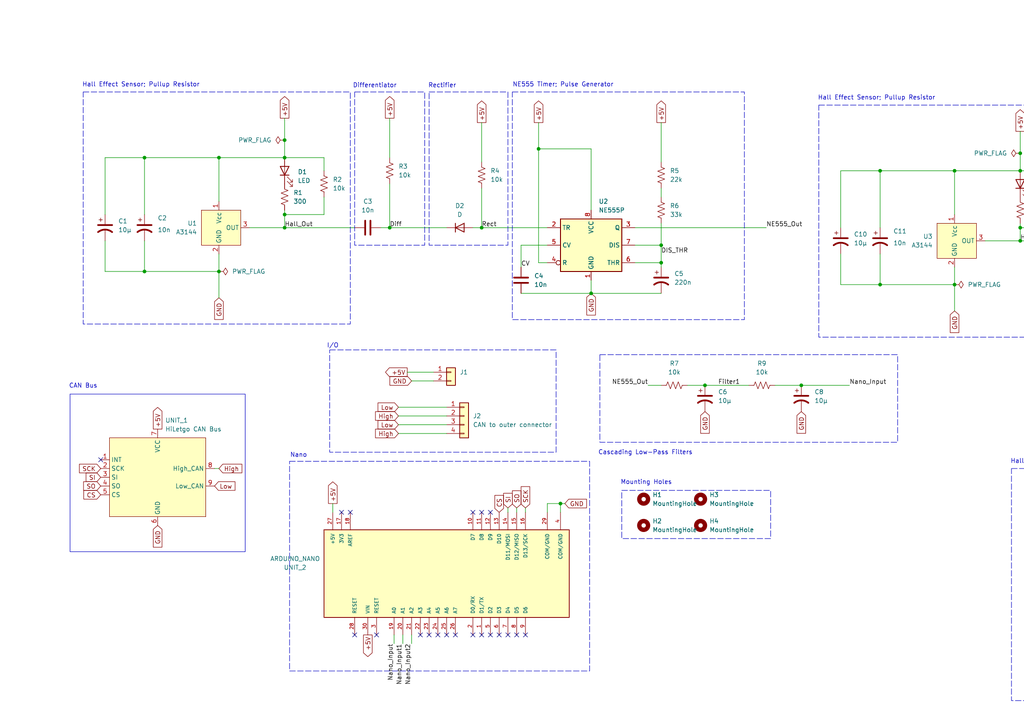
<source format=kicad_sch>
(kicad_sch (version 20250114) (generator "eeschema") (generator_version "9.0")
  (paper "A4")
  (title_block (title "Baja Speedometer ") (date "2025-02-02") (rev "v1") (company "University of Arizona") (comment 1 "Jack Tanner"))
  (lib_symbols
    (symbol "0_Baja_Final:HiLetgo_CAN_BUS"
      (property "Reference" "UNIT_2" (at -13.97 12.7 0))
      (property "Value" "CAN Bus" (at -2.286 -0.254 0))
      (symbol "HiLetgo_CAN_BUS_1_1"
        (pin input line (at -16.51 5.08 0) (length 2.54) (name "INT") (number "1"))
        (pin input line (at -16.51 2.54 0) (length 2.54) (name "SCK") (number "2"))
        (pin input line (at -16.51 0 0) (length 2.54) (name "SI") (number "3"))
        (pin input line (at -16.51 -2.54 0) (length 2.54) (name "SO") (number "4"))
        (pin input line (at -16.51 -5.08 0) (length 2.54) (name "CS") (number "5"))
        (pin input line (at 0 13.97 270) (length 2.54) (name "VCC") (number "7"))
        (pin input line (at 0 -13.97 90) (length 2.54) (name "GND") (number "6"))
        (pin input line (at 16.51 2.54 180) (length 2.54) (name "High_CAN") (number "8"))
        (pin input line (at 16.51 -2.54 180) (length 2.54) (name "Low_CAN") (number "9"))
      )
    )
    (symbol "BAJA SAE:ARDUINO_NANO" (pin_names (offset 1.016))
      (property "Reference" "UNIT_" (at -12.7 35.56 0))
      (property "Value" "ARDUINO_NANO" (at -12.7 -38.1 0))
      (symbol "ARDUINO_NANO_0_0"
        (pin input line (at -17.78 26.67 0) (length 5.08) (name "RESET") (number "28"))
        (pin input line (at -17.78 22.86 0) (length 5.08) (name "VIN") (number "30"))
        (pin input line (at -17.78 20.32 0) (length 5.08) (name "RESET") (number "3"))
        (pin input line (at -17.78 15.24 0) (length 5.08) (name "A0") (number "19"))
        (pin input line (at -17.78 12.7 0) (length 5.08) (name "A1") (number "20"))
        (pin input line (at -17.78 10.16 0) (length 5.08) (name "A2") (number "21"))
        (pin input line (at -17.78 7.62 0) (length 5.08) (name "A3") (number "22"))
        (pin input line (at -17.78 5.08 0) (length 5.08) (name "A4") (number "23"))
        (pin input line (at -17.78 2.54 0) (length 5.08) (name "A5") (number "24"))
        (pin input line (at -17.78 0 0) (length 5.08) (name "A6") (number "25"))
        (pin input line (at -17.78 -2.54 0) (length 5.08) (name "A7") (number "26"))
        (pin bidirectional line (at -17.78 -7.62 0) (length 5.08) (name "D0/RX") (number "2"))
        (pin bidirectional line (at -17.78 -10.16 0) (length 5.08) (name "D1/TX") (number "1"))
        (pin bidirectional line (at -17.78 -12.7 0) (length 5.08) (name "D2") (number "5"))
        (pin bidirectional line (at -17.78 -15.24 0) (length 5.08) (name "D3") (number "6"))
        (pin bidirectional line (at -17.78 -17.78 0) (length 5.08) (name "D4") (number "7"))
        (pin bidirectional line (at -17.78 -20.32 0) (length 5.08) (name "D5") (number "8"))
        (pin bidirectional line (at -17.78 -22.86 0) (length 5.08) (name "D6") (number "9"))
        (pin power_in line (at 17.78 33.02 180) (length 5.08) (name "+5V") (number "27"))
        (pin power_in line (at 17.78 30.48 180) (length 5.08) (name "3V3") (number "17"))
        (pin power_in line (at 17.78 27.94 180) (length 5.08) (name "AREF") (number "18"))
        (pin bidirectional line (at 17.78 -7.62 180) (length 5.08) (name "D7") (number "10"))
        (pin bidirectional line (at 17.78 -10.16 180) (length 5.08) (name "D8") (number "11"))
        (pin bidirectional line (at 17.78 -12.7 180) (length 5.08) (name "D9") (number "12"))
        (pin bidirectional line (at 17.78 -15.24 180) (length 5.08) (name "D10") (number "13"))
        (pin bidirectional line (at 17.78 -17.78 180) (length 5.08) (name "D11/MOSI") (number "14"))
        (pin bidirectional line (at 17.78 -20.32 180) (length 5.08) (name "D12/MISO") (number "15"))
        (pin bidirectional line (at 17.78 -22.86 180) (length 5.08) (name "D13/SCK") (number "16"))
        (pin power_in line (at 17.78 -29.21 180) (length 5.08) (name "COM/GND") (number "29"))
        (pin power_in line (at 17.78 -33.02 180) (length 5.08) (name "COM/GND") (number "4"))
      )
    )
    (symbol "Connector_Generic:Conn_01x02" (pin_names (offset 1.016) (hide yes))
      (property "Reference" "J" (at 0 2.54 0))
      (property "Value" "Conn_01x02" (at 0 -5.08 0))
      (symbol "Conn_01x02_1_1"
        (pin passive line (at -5.08 0 0) (length 3.81) (name "Pin_1") (number "1"))
        (pin passive line (at -5.08 -2.54 0) (length 3.81) (name "Pin_2") (number "2"))
      )
    )
    (symbol "Connector_Generic:Conn_01x04" (pin_names (offset 1.016) (hide yes))
      (property "Reference" "J" (at 0 5.08 0))
      (property "Value" "Conn_01x04" (at 0 -7.62 0))
      (symbol "Conn_01x04_1_1"
        (pin passive line (at -5.08 2.54 0) (length 3.81) (name "Pin_1") (number "1"))
        (pin passive line (at -5.08 0 0) (length 3.81) (name "Pin_2") (number "2"))
        (pin passive line (at -5.08 -2.54 0) (length 3.81) (name "Pin_3") (number "3"))
        (pin passive line (at -5.08 -5.08 0) (length 3.81) (name "Pin_4") (number "4"))
      )
    )
    (symbol "DT13-6P:A3144"
      (property "Reference" "U" (at 4.318 2.286 0))
      (property "Value" "A3144" (at -4.826 2.286 0))
      (symbol "A3144_1_1"
        (pin power_in line (at 0 2.54 270) (length 2.54) (name "Vcc") (number "1"))
        (pin power_in line (at 0 -12.7 90) (length 2.54) (name "GND") (number "2"))
        (pin output line (at 8.89 -5.08 180) (length 2.54) (name "OUT") (number "3"))
      )
    )
    (symbol "Device:C" (pin_numbers (hide yes)) (pin_names (offset 0.254))
      (property "Reference" "C" (at 0.635 2.54 0))
      (property "Value" "C" (at 0.635 -2.54 0))
      (symbol "C_1_1"
        (pin passive line (at 0 3.81 270) (length 2.794) (name "~") (number "1"))
        (pin passive line (at 0 -3.81 90) (length 2.794) (name "~") (number "2"))
      )
    )
    (symbol "Device:C_Polarized_US" (pin_numbers (hide yes)) (pin_names (offset 0.254) (hide yes))
      (property "Reference" "C" (at 0.635 2.54 0))
      (property "Value" "C_Polarized_US" (at 0.635 -2.54 0))
      (symbol "C_Polarized_US_1_1"
        (pin passive line (at 0 3.81 270) (length 2.794) (name "~") (number "1"))
        (pin passive line (at 0 -3.81 90) (length 3.302) (name "~") (number "2"))
      )
    )
    (symbol "Device:D" (pin_numbers (hide yes)) (pin_names (offset 1.016) (hide yes))
      (property "Reference" "D" (at 0 2.54 0))
      (property "Value" "D" (at 0 -2.54 0))
      (symbol "D_1_1"
        (pin passive line (at -3.81 0 0) (length 2.54) (name "K") (number "1"))
        (pin passive line (at 3.81 0 180) (length 2.54) (name "A") (number "2"))
      )
    )
    (symbol "Device:LED" (pin_numbers (hide yes)) (pin_names (offset 1.016) (hide yes))
      (property "Reference" "D" (at 0 2.54 0))
      (property "Value" "LED" (at 0 -2.54 0))
      (symbol "LED_1_1"
        (pin passive line (at -3.81 0 0) (length 2.54) (name "K") (number "1"))
        (pin passive line (at 3.81 0 180) (length 2.54) (name "A") (number "2"))
      )
    )
    (symbol "Device:R_US" (pin_numbers (hide yes)) (pin_names (offset 0))
      (property "Reference" "R" (at 2.54 0 90))
      (property "Value" "R_US" (at -2.54 0 90))
      (symbol "R_US_1_1"
        (pin passive line (at 0 3.81 270) (length 1.27) (name "~") (number "1"))
        (pin passive line (at 0 -3.81 90) (length 1.27) (name "~") (number "2"))
      )
    )
    (symbol "Mechanical:MountingHole" (pin_names (offset 1.016)) (exclude_from_sim yes) (in_bom no)
      (property "Reference" "H" (at 0 5.08 0))
      (property "Value" "MountingHole" (at 0 3.175 0))
    )
    (symbol "Timer:NE555P"
      (property "Reference" "U" (at -10.16 8.89 0))
      (property "Value" "NE555P" (at 2.54 8.89 0))
      (symbol "NE555P_0_0"
        (pin power_in line (at 0 10.16 270) (length 2.54) (name "VCC") (number "8"))
        (pin power_in line (at 0 -10.16 90) (length 2.54) (name "GND") (number "1"))
      )
      (symbol "NE555P_1_1"
        (pin input line (at -12.7 5.08 0) (length 3.81) (name "TR") (number "2"))
        (pin input line (at -12.7 0 0) (length 3.81) (name "CV") (number "5"))
        (pin input inverted (at -12.7 -5.08 0) (length 3.81) (name "R") (number "4"))
        (pin output line (at 12.7 5.08 180) (length 3.81) (name "Q") (number "3"))
        (pin input line (at 12.7 0 180) (length 3.81) (name "DIS") (number "7"))
        (pin input line (at 12.7 -5.08 180) (length 3.81) (name "THR") (number "6"))
      )
    )
    (symbol "power:PWR_FLAG" (power) (pin_numbers (hide yes)) (pin_names (offset 0) (hide yes))
      (property "Value" "PWR_FLAG" (at 0 3.81 0))
      (symbol "PWR_FLAG_0_0"
        (pin power_out line (at 0 0 90) (length 0) (name "~") (number "1"))
      )
    )
  )
  (rectangle (start 95.6248 101.4884) (end 161.29 131.1512) (stroke (width 0) (type dash)))
  (rectangle (start 148.59 26.67) (end 215.9 92.71) (stroke (width 0) (type dash)))
  (rectangle (start 237.49 30.48) (end 314.96 97.79) (stroke (width 0) (type dash)))
  (rectangle (start 24.13 26.67) (end 101.6 93.98) (stroke (width 0) (type dash)))
  (rectangle (start 297.18 101.6) (end 383.54 127) (stroke (width 0) (type dash)))
  (rectangle (start 361.95 30.48) (end 429.26 96.52) (stroke (width 0) (type dash)))
  (rectangle (start 180.34 142.24) (end 223.52 156.21) (stroke (width 0) (type dash)))
  (rectangle (start 393.7 135.89) (end 416.56 180.34) (stroke (width 0) (type dash)))
  (rectangle (start 417.83 135.89) (end 485.14 201.93) (stroke (width 0) (type dash)))
  (rectangle (start 316.23 30.48) (end 336.55 74.93) (stroke (width 0) (type dash)))
  (rectangle (start 102.87 26.67) (end 123.19 71.12) (stroke (width 0) (type dash)))
  (rectangle (start 173.99 102.87) (end 260.35 128.27) (stroke (width 0) (type dash)))
  (rectangle (start 83.9876 133.792) (end 171.01 194.6124) (stroke (width 0) (type dash)))
  (rectangle (start 337.82 30.48) (end 360.68 74.93) (stroke (width 0) (type dash)))
  (rectangle (start 181.61 210.82) (end 267.97 236.22) (stroke (width 0) (type dash)))
  (rectangle (start 20.32 114.3) (end 71.12 160.02))
  (rectangle (start 293.37 135.89) (end 370.84 203.2) (stroke (width 0) (type dash)))
  (rectangle (start 124.46 26.67) (end 147.32 71.12) (stroke (width 0) (type dash)))
  (rectangle (start 372.11 135.89) (end 392.43 180.34) (stroke (width 0) (type dash)))
  (text "NE555 Timer; Pulse Generator" (at 376.682 28.448 0) (effects (font (size 1.27 1.27))))
  (text "NE555 Timer; Pulse Generator" (at 432.562 133.858 0) (effects (font (size 1.27 1.27))))
  (text "Rectifier" (at 397.51 134.112 0) (effects (font (size 1.27 1.27))))
  (text "Hall Effect Sensor; Pullup Resistor" (at 254.254 28.448 0) (effects (font (size 1.27 1.27))))
  (text "CAN Bus" (at 24.13 112.014 0) (effects (font (size 1.27 1.27))))
  (text "Rectifier" (at 341.63 28.702 0) (effects (font (size 1.27 1.27))))
  (text "Hall Effect Sensor; Pullup Resistor" (at 310.134 133.858 0) (effects (font (size 1.27 1.27))))
  (text "NE555 Timer; Pulse Generator" (at 163.322 24.638 0) (effects (font (size 1.27 1.27))))
  (text "Cascading Low-Pass Filters\n" (at 187.198 131.318 0) (effects (font (size 1.27 1.27))))
  (text "Differentiator" (at 322.072 28.702 0) (effects (font (size 1.27 1.27))))
  (text "Nano" (at 86.614 132.08 0) (effects (font (size 1.27 1.27))))
  (text "Mounting Holes\n" (at 187.452 139.954 0) (effects (font (size 1.27 1.27))))
  (text "Hall Effect Sensor; Pullup Resistor" (at 40.894 24.638 0) (effects (font (size 1.27 1.27))))
  (text "I/O" (at 96.52 100.33 0) (effects (font (size 1.27 1.27))))
  (text "Differentiator" (at 108.712 24.892 0) (effects (font (size 1.27 1.27))))
  (text "Differentiator" (at 377.952 134.112 0) (effects (font (size 1.27 1.27))))
  (text "Rectifier" (at 128.27 24.892 0) (effects (font (size 1.27 1.27))))
  (junction (at 63.5 45.72))
  (junction (at 276.86 82.55))
  (junction (at 82.55 40.64))
  (junction (at 355.6 110.49))
  (junction (at 41.91 78.74))
  (junction (at 382.27 175.26))
  (junction (at 232.41 111.76))
  (junction (at 276.86 49.53))
  (junction (at 425.45 152.4))
  (junction (at 405.13 74.93))
  (junction (at 63.5 78.74))
  (junction (at 351.79 154.94))
  (junction (at 82.55 66.04))
  (junction (at 440.69 194.31))
  (junction (at 369.57 46.99))
  (junction (at 311.15 187.96))
  (junction (at 351.79 149.86))
  (junction (at 295.91 69.85))
  (junction (at 113.03 66.04))
  (junction (at 171.45 85.09))
  (junction (at 351.79 171.45))
  (junction (at 191.77 71.12))
  (junction (at 461.01 180.34))
  (junction (at 240.03 219.71))
  (junction (at 326.39 69.85))
  (junction (at 311.15 154.94))
  (junction (at 327.66 110.49))
  (junction (at 405.13 80.01))
  (junction (at 204.47 111.76))
  (junction (at 332.74 154.94))
  (junction (at 156.21 43.18))
  (junction (at 408.94 175.26))
  (junction (at 353.06 69.85))
  (junction (at 351.79 175.26))
  (junction (at 295.91 66.04))
  (junction (at 255.27 82.55))
  (junction (at 295.91 44.45))
  (junction (at 191.77 76.2))
  (junction (at 332.74 187.96))
  (junction (at 41.91 45.72))
  (junction (at 162.56 146.05))
  (junction (at 82.55 62.23))
  (junction (at 384.81 88.9))
  (junction (at 82.55 45.72))
  (junction (at 255.27 49.53))
  (junction (at 461.01 185.42))
  (junction (at 139.7 66.04))
  (junction (at 295.91 49.53))
  (junction (at 212.09 219.71))
  (no_connect (at 149.86 184.15))
  (no_connect (at 29.21 133.35))
  (no_connect (at 152.4 184.15))
  (no_connect (at 132.08 184.15))
  (no_connect (at 144.78 184.15))
  (no_connect (at 137.16 184.15))
  (no_connect (at 137.16 148.59))
  (no_connect (at 101.6 148.59))
  (no_connect (at 121.92 184.15))
  (no_connect (at 142.24 184.15))
  (no_connect (at 142.24 148.59))
  (no_connect (at 99.06 148.59))
  (no_connect (at 129.54 184.15))
  (no_connect (at 127 184.15))
  (no_connect (at 109.22 184.15))
  (no_connect (at 147.32 184.15))
  (no_connect (at 139.7 184.15))
  (no_connect (at 124.46 184.15))
  (no_connect (at 139.7 148.59))
  (no_connect (at 102.87 184.15))
  (wire (pts (xy 295.91 69.85) (xy 295.91 66.04)))
  (wire (pts (xy 151.13 71.12) (xy 151.13 77.47)))
  (wire (pts (xy 299.72 171.45) (xy 299.72 154.94)))
  (wire (pts (xy 408.94 175.26) (xy 427.99 175.26)))
  (wire (pts (xy 440.69 152.4) (xy 425.45 152.4)))
  (wire (pts (xy 369.57 46.99) (xy 369.57 80.01)))
  (wire (pts (xy 384.81 46.99) (xy 369.57 46.99)))
  (wire (pts (xy 408.94 156.21) (xy 408.94 144.78)))
  (wire (pts (xy 171.45 43.18) (xy 156.21 43.18)))
  (wire (pts (xy 41.91 69.85) (xy 41.91 78.74)))
  (wire (pts (xy 405.13 68.58) (xy 405.13 74.93)))
  (wire (pts (xy 382.27 143.51) (xy 382.27 154.94)))
  (wire (pts (xy 311.15 154.94) (xy 311.15 171.45)))
  (wire (pts (xy 353.06 69.85) (xy 372.11 69.85)))
  (wire (pts (xy 63.5 135.89) (xy 62.23 135.89)))
  (wire (pts (xy 351.79 171.45) (xy 351.79 170.18)))
  (wire (pts (xy 113.03 66.04) (xy 113.03 53.34)))
  (wire (pts (xy 158.75 71.12) (xy 151.13 71.12)))
  (wire (pts (xy 255.27 82.55) (xy 276.86 82.55)))
  (wire (pts (xy 461.01 173.99) (xy 461.01 180.34)))
  (wire (pts (xy 151.13 85.09) (xy 171.45 85.09)))
  (wire (pts (xy 453.39 180.34) (xy 461.01 180.34)))
  (wire (pts (xy 311.15 179.07) (xy 311.15 187.96)))
  (wire (pts (xy 332.74 187.96) (xy 332.74 182.88)))
  (wire (pts (xy 382.27 175.26) (xy 398.78 175.26)))
  (wire (pts (xy 379.73 175.26) (xy 382.27 175.26)))
  (wire (pts (xy 405.13 58.42) (xy 405.13 60.96)))
  (wire (pts (xy 82.55 66.04) (xy 102.87 66.04)))
  (wire (pts (xy 158.75 76.2) (xy 156.21 76.2)))
  (wire (pts (xy 440.69 170.18) (xy 440.69 152.4)))
  (wire (pts (xy 147.32 148.59) (xy 147.32 147.32)))
  (wire (pts (xy 149.86 148.59) (xy 149.86 147.32)))
  (wire (pts (xy 171.45 81.28) (xy 171.45 85.09)))
  (wire (pts (xy 41.91 45.72) (xy 63.5 45.72)))
  (wire (pts (xy 405.13 74.93) (xy 405.13 80.01)))
  (wire (pts (xy 139.7 66.04) (xy 158.75 66.04)))
  (wire (pts (xy 353.06 50.8) (xy 353.06 39.37)))
  (wire (pts (xy 171.45 60.96) (xy 171.45 43.18)))
  (wire (pts (xy 162.56 148.59) (xy 162.56 146.05)))
  (wire (pts (xy 405.13 81.28) (xy 405.13 80.01)))
  (wire (pts (xy 113.03 34.29) (xy 113.03 45.72)))
  (wire (pts (xy 276.86 82.55) (xy 276.86 90.17)))
  (wire (pts (xy 82.55 40.64) (xy 82.55 45.72)))
  (wire (pts (xy 350.52 69.85) (xy 353.06 69.85)))
  (wire (pts (xy 255.27 73.66) (xy 255.27 82.55)))
  (wire (pts (xy 406.4 175.26) (xy 408.94 175.26)))
  (wire (pts (xy 184.15 71.12) (xy 191.77 71.12)))
  (wire (pts (xy 295.91 44.45) (xy 295.91 49.53)))
  (wire (pts (xy 408.94 175.26) (xy 408.94 163.83)))
  (wire (pts (xy 30.48 62.23) (xy 30.48 45.72)))
  (wire (pts (xy 461.01 163.83) (xy 461.01 166.37)))
  (wire (pts (xy 405.13 39.37) (xy 405.13 50.8)))
  (wire (pts (xy 351.79 149.86) (xy 351.79 154.94)))
  (wire (pts (xy 440.69 194.31) (xy 461.01 194.31)))
  (wire (pts (xy 420.37 180.34) (xy 420.37 186.69)))
  (wire (pts (xy 276.86 49.53) (xy 295.91 49.53)))
  (wire (pts (xy 156.21 35.56) (xy 156.21 43.18)))
  (wire (pts (xy 114.3 184.15) (xy 114.3 186.69)))
  (wire (pts (xy 139.7 46.99) (xy 139.7 35.56)))
  (wire (pts (xy 295.91 38.1) (xy 295.91 44.45)))
  (wire (pts (xy 255.27 49.53) (xy 276.86 49.53)))
  (wire (pts (xy 82.55 66.04) (xy 82.55 62.23)))
  (wire (pts (xy 212.09 219.71) (xy 224.79 219.71)))
  (wire (pts (xy 156.21 43.18) (xy 156.21 76.2)))
  (wire (pts (xy 382.27 175.26) (xy 382.27 162.56)))
  (wire (pts (xy 243.84 49.53) (xy 255.27 49.53)))
  (wire (pts (xy 30.48 45.72) (xy 41.91 45.72)))
  (wire (pts (xy 372.11 74.93) (xy 364.49 74.93)))
  (wire (pts (xy 72.39 66.04) (xy 82.55 66.04)))
  (wire (pts (xy 82.55 62.23) (xy 82.55 60.96)))
  (wire (pts (xy 353.06 69.85) (xy 353.06 58.42)))
  (wire (pts (xy 384.81 64.77) (xy 384.81 46.99)))
  (wire (pts (xy 369.57 39.37) (xy 369.57 46.99)))
  (wire (pts (xy 191.77 71.12) (xy 191.77 76.2)))
  (wire (pts (xy 63.5 78.74) (xy 63.5 86.36)))
  (wire (pts (xy 171.45 85.09) (xy 191.77 85.09)))
  (wire (pts (xy 30.48 69.85) (xy 30.48 78.74)))
  (wire (pts (xy 115.57 118.11) (xy 129.54 118.11)))
  (wire (pts (xy 113.03 66.04) (xy 129.54 66.04)))
  (wire (pts (xy 158.75 148.59) (xy 158.75 146.05)))
  (wire (pts (xy 184.15 66.04) (xy 222.25 66.04)))
  (wire (pts (xy 204.47 111.76) (xy 217.17 111.76)))
  (wire (pts (xy 351.79 171.45) (xy 363.22 171.45)))
  (wire (pts (xy 425.45 152.4) (xy 425.45 185.42)))
  (wire (pts (xy 427.99 180.34) (xy 420.37 180.34)))
  (wire (pts (xy 158.75 146.05) (xy 162.56 146.05)))
  (wire (pts (xy 93.98 45.72) (xy 82.55 45.72)))
  (wire (pts (xy 299.72 154.94) (xy 311.15 154.94)))
  (wire (pts (xy 427.99 185.42) (xy 425.45 185.42)))
  (wire (pts (xy 332.74 187.96) (xy 332.74 195.58)))
  (wire (pts (xy 384.81 88.9) (xy 405.13 88.9)))
  (wire (pts (xy 311.15 154.94) (xy 332.74 154.94)))
  (wire (pts (xy 440.69 190.5) (xy 440.69 194.31)))
  (wire (pts (xy 240.03 219.71) (xy 254 219.71)))
  (wire (pts (xy 322.58 110.49) (xy 327.66 110.49)))
  (wire (pts (xy 461.01 185.42) (xy 453.39 185.42)))
  (wire (pts (xy 63.5 45.72) (xy 63.5 58.42)))
  (wire (pts (xy 397.51 69.85) (xy 435.61 69.85)))
  (wire (pts (xy 307.34 66.04) (xy 307.34 60.96)))
  (wire (pts (xy 152.4 148.59) (xy 152.4 147.32)))
  (wire (pts (xy 63.5 78.74) (xy 63.5 73.66)))
  (wire (pts (xy 295.91 69.85) (xy 316.23 69.85)))
  (wire (pts (xy 232.41 219.71) (xy 240.03 219.71)))
  (wire (pts (xy 351.79 175.26) (xy 351.79 171.45)))
  (wire (pts (xy 243.84 73.66) (xy 243.84 82.55)))
  (wire (pts (xy 327.66 110.49) (xy 340.36 110.49)))
  (wire (pts (xy 311.15 187.96) (xy 332.74 187.96)))
  (wire (pts (xy 372.11 80.01) (xy 369.57 80.01)))
  (wire (pts (xy 332.74 154.94) (xy 332.74 167.64)))
  (wire (pts (xy 355.6 110.49) (xy 369.57 110.49)))
  (wire (pts (xy 420.37 194.31) (xy 440.69 194.31)))
  (wire (pts (xy 276.86 82.55) (xy 276.86 77.47)))
  (wire (pts (xy 243.84 82.55) (xy 255.27 82.55)))
  (wire (pts (xy 224.79 111.76) (xy 232.41 111.76)))
  (wire (pts (xy 207.01 219.71) (xy 212.09 219.71)))
  (wire (pts (xy 30.48 78.74) (xy 41.91 78.74)))
  (wire (pts (xy 332.74 154.94) (xy 351.79 154.94)))
  (wire (pts (xy 307.34 53.34) (xy 307.34 49.53)))
  (wire (pts (xy 363.22 171.45) (xy 363.22 166.37)))
  (wire (pts (xy 347.98 110.49) (xy 355.6 110.49)))
  (wire (pts (xy 285.75 69.85) (xy 295.91 69.85)))
  (wire (pts (xy 326.39 38.1) (xy 326.39 49.53)))
  (wire (pts (xy 118.11 107.95) (xy 125.73 107.95)))
  (wire (pts (xy 364.49 74.93) (xy 364.49 81.28)))
  (wire (pts (xy 162.56 146.05) (xy 163.83 146.05)))
  (wire (pts (xy 82.55 62.23) (xy 93.98 62.23)))
  (wire (pts (xy 255.27 49.53) (xy 255.27 66.04)))
  (wire (pts (xy 461.01 144.78) (xy 461.01 156.21)))
  (wire (pts (xy 341.63 175.26) (xy 351.79 175.26)))
  (wire (pts (xy 116.84 184.15) (xy 116.84 186.69)))
  (wire (pts (xy 96.52 148.59) (xy 96.52 146.05)))
  (wire (pts (xy 119.38 110.49) (xy 125.73 110.49)))
  (wire (pts (xy 461.01 180.34) (xy 461.01 185.42)))
  (wire (pts (xy 63.5 45.72) (xy 82.55 45.72)))
  (wire (pts (xy 326.39 69.85) (xy 342.9 69.85)))
  (wire (pts (xy 119.38 184.15) (xy 119.38 186.69)))
  (wire (pts (xy 115.57 123.19) (xy 129.54 123.19)))
  (wire (pts (xy 299.72 187.96) (xy 311.15 187.96)))
  (wire (pts (xy 191.77 77.47) (xy 191.77 76.2)))
  (wire (pts (xy 323.85 69.85) (xy 326.39 69.85)))
  (wire (pts (xy 199.39 111.76) (xy 204.47 111.76)))
  (wire (pts (xy 295.91 66.04) (xy 307.34 66.04)))
  (wire (pts (xy 139.7 66.04) (xy 139.7 54.61)))
  (wire (pts (xy 115.57 125.73) (xy 129.54 125.73)))
  (wire (pts (xy 191.77 35.56) (xy 191.77 46.99)))
  (wire (pts (xy 191.77 54.61) (xy 191.77 57.15)))
  (wire (pts (xy 243.84 66.04) (xy 243.84 49.53)))
  (wire (pts (xy 453.39 175.26) (xy 491.49 175.26)))
  (wire (pts (xy 191.77 76.2) (xy 184.15 76.2)))
  (wire (pts (xy 397.51 74.93) (xy 405.13 74.93)))
  (wire (pts (xy 195.58 219.71) (xy 199.39 219.71)))
  (wire (pts (xy 364.49 88.9) (xy 384.81 88.9)))
  (wire (pts (xy 363.22 158.75) (xy 363.22 154.94)))
  (wire (pts (xy 384.81 85.09) (xy 384.81 88.9)))
  (wire (pts (xy 115.57 120.65) (xy 129.54 120.65)))
  (wire (pts (xy 110.49 66.04) (xy 113.03 66.04)))
  (wire (pts (xy 93.98 49.53) (xy 93.98 45.72)))
  (wire (pts (xy 232.41 111.76) (xy 246.38 111.76)))
  (wire (pts (xy 93.98 62.23) (xy 93.98 57.15)))
  (wire (pts (xy 41.91 45.72) (xy 41.91 62.23)))
  (wire (pts (xy 461.01 186.69) (xy 461.01 185.42)))
  (wire (pts (xy 137.16 66.04) (xy 139.7 66.04)))
  (wire (pts (xy 191.77 64.77) (xy 191.77 71.12)))
  (wire (pts (xy 405.13 80.01) (xy 397.51 80.01)))
  (wire (pts (xy 351.79 143.51) (xy 351.79 149.86)))
  (wire (pts (xy 326.39 69.85) (xy 326.39 57.15)))
  (wire (pts (xy 425.45 144.78) (xy 425.45 152.4)))
  (wire (pts (xy 311.15 110.49) (xy 314.96 110.49)))
  (wire (pts (xy 187.96 111.76) (xy 191.77 111.76)))
  (wire (pts (xy 363.22 154.94) (xy 351.79 154.94)))
  (wire (pts (xy 276.86 49.53) (xy 276.86 62.23)))
  (wire (pts (xy 295.91 66.04) (xy 295.91 64.77)))
  (wire (pts (xy 351.79 175.26) (xy 372.11 175.26)))
  (wire (pts (xy 82.55 34.29) (xy 82.55 40.64)))
  (wire (pts (xy 41.91 78.74) (xy 63.5 78.74)))
  (wire (pts (xy 299.72 179.07) (xy 299.72 187.96)))
  (wire (pts (xy 307.34 49.53) (xy 295.91 49.53)))
  (label "NE555_Out" (at 222.25 66.04 0))
  (label "Rect" (at 139.7 66.04 0))
  (label "NE555_Out" (at 187.96 111.76 180))
  (label "Hall_Out1" (at 295.91 69.85 0))
  (label "Filter1.1" (at 331.47 110.49 0))
  (label "DIS_THR1" (at 405.13 77.47 0))
  (label "Hall_Out2" (at 351.79 175.26 0))
  (label "Diff" (at 113.03 66.04 0))
  (label "NE555_Out2" (at 195.58 219.71 180))
  (label "Nano_Input2" (at 119.38 186.69 270))
  (label "CV2" (at 420.37 186.69 0))
  (label "Nano_Input1" (at 369.57 110.49 0))
  (label "DIS_THR" (at 191.77 73.66 0))
  (label "Filter1.2" (at 215.9 219.71 0))
  (label "Nano_Input1" (at 116.84 186.69 270))
  (label "NE555_Out2" (at 491.49 175.26 0))
  (label "NE555_Out1" (at 311.15 110.49 180))
  (label "Diff2" (at 382.27 175.26 0))
  (label "Rect1" (at 353.06 69.85 0))
  (label "Filter1" (at 208.28 111.76 0))
  (label "NE555_Out1" (at 435.61 69.85 0))
  (label "Diff1" (at 326.39 69.85 0))
  (label "Nano_Input" (at 114.3 186.69 270))
  (label "DIS_THR2" (at 461.01 182.88 0))
  (label "CV1" (at 364.49 81.28 0))
  (label "Nano_Input" (at 246.38 111.76 0))
  (label "Hall_Out" (at 82.55 66.04 0))
  (label "Nano_Input2" (at 254 219.71 0))
  (label "Rect2" (at 408.94 175.26 0))
  (label "CV" (at 151.13 77.47 0))
  (global_label "GND" (shape input) (at 171.45 85.09 270) (property "Intersheetrefs" "${INTERSHEET_REFS}" (effects (hide yes))))
  (global_label "SO" (shape input) (at 29.21 140.97 180) (property "Intersheetrefs" "${INTERSHEET_REFS}" (effects (hide yes))))
  (global_label "GND" (shape input) (at 355.6 118.11 270) (property "Intersheetrefs" "${INTERSHEET_REFS}" (effects (hide yes))))
  (global_label "GND" (shape input) (at 63.5 86.36 270) (property "Intersheetrefs" "${INTERSHEET_REFS}" (effects (hide yes))))
  (global_label "+5V" (shape output) (at 353.06 39.37 90) (property "Intersheetrefs" "${INTERSHEET_REFS}" (effects (hide yes))))
  (global_label "+5V" (shape output) (at 82.55 34.29 90) (property "Intersheetrefs" "${INTERSHEET_REFS}" (effects (hide yes))))
  (global_label "+5V" (shape output) (at 106.68 184.15 270) (property "Intersheetrefs" "${INTERSHEET_REFS}" (effects (hide yes))))
  (global_label "GND" (shape input) (at 212.09 227.33 270) (property "Intersheetrefs" "${INTERSHEET_REFS}" (effects (hide yes))))
  (global_label "GND" (shape input) (at 276.86 90.17 270) (property "Intersheetrefs" "${INTERSHEET_REFS}" (effects (hide yes))))
  (global_label "SO" (shape input) (at 149.86 147.32 90) (property "Intersheetrefs" "${INTERSHEET_REFS}" (effects (hide yes))))
  (global_label "+5V" (shape output) (at 139.7 35.56 90) (property "Intersheetrefs" "${INTERSHEET_REFS}" (effects (hide yes))))
  (global_label "+5V" (shape output) (at 45.72 124.46 90) (property "Intersheetrefs" "${INTERSHEET_REFS}" (effects (hide yes))))
  (global_label "+5V" (shape output) (at 408.94 144.78 90) (property "Intersheetrefs" "${INTERSHEET_REFS}" (effects (hide yes))))
  (global_label "Low" (shape input) (at 115.57 123.19 180) (property "Intersheetrefs" "${INTERSHEET_REFS}" (effects (hide yes))))
  (global_label "+5V" (shape output) (at 118.11 107.95 180) (property "Intersheetrefs" "${INTERSHEET_REFS}" (effects (hide yes))))
  (global_label "+5V" (shape output) (at 156.21 35.56 90) (property "Intersheetrefs" "${INTERSHEET_REFS}" (effects (hide yes))))
  (global_label "CS" (shape input) (at 29.21 143.51 180) (property "Intersheetrefs" "${INTERSHEET_REFS}" (effects (hide yes))))
  (global_label "+5V" (shape output) (at 295.91 38.1 90) (property "Intersheetrefs" "${INTERSHEET_REFS}" (effects (hide yes))))
  (global_label "+5V" (shape output) (at 382.27 143.51 90) (property "Intersheetrefs" "${INTERSHEET_REFS}" (effects (hide yes))))
  (global_label "GND" (shape input) (at 232.41 119.38 270) (property "Intersheetrefs" "${INTERSHEET_REFS}" (effects (hide yes))))
  (global_label "High" (shape input) (at 63.5 135.89 0) (property "Intersheetrefs" "${INTERSHEET_REFS}" (effects (hide yes))))
  (global_label "GND" (shape input) (at 163.83 146.05 0) (property "Intersheetrefs" "${INTERSHEET_REFS}" (effects (hide yes))))
  (global_label "+5V" (shape output) (at 191.77 35.56 90) (property "Intersheetrefs" "${INTERSHEET_REFS}" (effects (hide yes))))
  (global_label "SCK" (shape input) (at 29.21 135.89 180) (property "Intersheetrefs" "${INTERSHEET_REFS}" (effects (hide yes))))
  (global_label "SI" (shape input) (at 29.21 138.43 180) (property "Intersheetrefs" "${INTERSHEET_REFS}" (effects (hide yes))))
  (global_label "+5V" (shape output) (at 113.03 34.29 90) (property "Intersheetrefs" "${INTERSHEET_REFS}" (effects (hide yes))))
  (global_label "+5V" (shape output) (at 405.13 39.37 90) (property "Intersheetrefs" "${INTERSHEET_REFS}" (effects (hide yes))))
  (global_label "+5V" (shape output) (at 369.57 39.37 90) (property "Intersheetrefs" "${INTERSHEET_REFS}" (effects (hide yes))))
  (global_label "GND" (shape input) (at 332.74 195.58 270) (property "Intersheetrefs" "${INTERSHEET_REFS}" (effects (hide yes))))
  (global_label "GND" (shape input) (at 440.69 194.31 270) (property "Intersheetrefs" "${INTERSHEET_REFS}" (effects (hide yes))))
  (global_label "+5V" (shape output) (at 461.01 144.78 90) (property "Intersheetrefs" "${INTERSHEET_REFS}" (effects (hide yes))))
  (global_label "GND" (shape input) (at 119.38 110.49 180) (property "Intersheetrefs" "${INTERSHEET_REFS}" (effects (hide yes))))
  (global_label "Low" (shape input) (at 62.23 140.97 0) (property "Intersheetrefs" "${INTERSHEET_REFS}" (effects (hide yes))))
  (global_label "CS" (shape input) (at 144.78 148.59 90) (property "Intersheetrefs" "${INTERSHEET_REFS}" (effects (hide yes))))
  (global_label "+5V" (shape output) (at 326.39 38.1 90) (property "Intersheetrefs" "${INTERSHEET_REFS}" (effects (hide yes))))
  (global_label "Low" (shape input) (at 115.57 118.11 180) (property "Intersheetrefs" "${INTERSHEET_REFS}" (effects (hide yes))))
  (global_label "SCK" (shape input) (at 152.4 147.32 90) (property "Intersheetrefs" "${INTERSHEET_REFS}" (effects (hide yes))))
  (global_label "GND" (shape input) (at 384.81 88.9 270) (property "Intersheetrefs" "${INTERSHEET_REFS}" (effects (hide yes))))
  (global_label "High" (shape input) (at 115.57 120.65 180) (property "Intersheetrefs" "${INTERSHEET_REFS}" (effects (hide yes))))
  (global_label "+5V" (shape output) (at 351.79 143.51 90) (property "Intersheetrefs" "${INTERSHEET_REFS}" (effects (hide yes))))
  (global_label "+5V" (shape output) (at 96.52 146.05 90) (property "Intersheetrefs" "${INTERSHEET_REFS}" (effects (hide yes))))
  (global_label "GND" (shape input) (at 240.03 227.33 270) (property "Intersheetrefs" "${INTERSHEET_REFS}" (effects (hide yes))))
  (global_label "GND" (shape input) (at 327.66 118.11 270) (property "Intersheetrefs" "${INTERSHEET_REFS}" (effects (hide yes))))
  (global_label "GND" (shape input) (at 204.47 119.38 270) (property "Intersheetrefs" "${INTERSHEET_REFS}" (effects (hide yes))))
  (global_label "+5V" (shape output) (at 425.45 144.78 90) (property "Intersheetrefs" "${INTERSHEET_REFS}" (effects (hide yes))))
  (global_label "SI" (shape input) (at 147.32 147.32 90) (property "Intersheetrefs" "${INTERSHEET_REFS}" (effects (hide yes))))
  (global_label "GND" (shape input) (at 45.72 152.4 270) (property "Intersheetrefs" "${INTERSHEET_REFS}" (effects (hide yes))))
  (global_label "High" (shape input) (at 115.57 125.73 180) (property "Intersheetrefs" "${INTERSHEET_REFS}" (effects (hide yes))))
  (symbol (lib_id "Device:D") (at 346.71 69.85 0) (unit 1)
    (property "Reference" "D4" (at 346.71 63.5 0))
    (property "Value" "D" (at 346.71 66.04 0))
    (property "Footprint" "Diode_THT:D_DO-41_SOD81_P7.62mm_Horizontal" (effects (hide yes)))
    (property "Description" "Diode" (effects (hide yes)))
    (property "Sim.Device" "D" (effects (hide yes)))
    (property "Sim.Pins" "1=K 2=A" (effects (hide yes)))
  )
  (symbol (lib_id "Device:C") (at 375.92 175.26 90) (unit 1)
    (property "Reference" "C18" (at 375.92 167.64 90))
    (property "Value" "10n" (at 375.92 170.18 90))
    (property "Footprint" "Capacitor_THT:C_Disc_D3.8mm_W2.6mm_P2.50mm" (effects (hide yes)))
    (property "Description" "Unpolarized capacitor" (effects (hide yes)))
  )
  (symbol (lib_id "0_Baja_Final:HiLetgo_CAN_BUS") (at 45.72 138.43 0) (unit 1)
    (property "Reference" "UNIT_1" (at 47.9141 121.92 0) (effects (justify left)))
    (property "Value" "HiLetgo CAN Bus" (at 47.9141 124.46 0) (effects (justify left)))
    (property "Footprint" "0_Baja_Final:Jack_CanBus" (effects (hide yes)))
  )
  (symbol (lib_id "Device:R_US") (at 461.01 170.18 0) (unit 1)
    (property "Reference" "R24" (at 463.55 168.9099 0) (effects (justify left)))
    (property "Value" "33k" (at 463.55 171.4499 0) (effects (justify left)))
    (property "Footprint" "Resistor_THT:R_Axial_DIN0207_L6.3mm_D2.5mm_P10.16mm_Horizontal" (effects (hide yes)))
    (property "Description" "Resistor, US symbol" (effects (hide yes)))
  )
  (symbol (lib_id "Mechanical:MountingHole") (at 186.69 144.78 0) (unit 1) (exclude_from_sim yes) (in_bom no)
    (property "Reference" "H1" (at 189.23 143.5099 0) (effects (justify left)))
    (property "Value" "MountingHole" (at 189.23 146.0499 0) (effects (justify left)))
    (property "Footprint" "MountingHole:MountingHole_3.2mm_M3" (effects (hide yes)))
    (property "Description" "Mounting Hole without connection" (effects (hide yes)))
  )
  (symbol (lib_id "Mechanical:MountingHole") (at 203.2 152.4 0) (unit 1) (exclude_from_sim yes) (in_bom no)
    (property "Reference" "H4" (at 205.74 151.1299 0) (effects (justify left)))
    (property "Value" "MountingHole" (at 205.74 153.6699 0) (effects (justify left)))
    (property "Footprint" "MountingHole:MountingHole_3.2mm_M3" (effects (hide yes)))
    (property "Description" "Mounting Hole without connection" (effects (hide yes)))
  )
  (symbol (lib_id "Device:R_US") (at 405.13 54.61 0) (unit 1)
    (property "Reference" "R20" (at 407.67 53.3399 0) (effects (justify left)))
    (property "Value" "22k" (at 407.67 55.8799 0) (effects (justify left)))
    (property "Footprint" "Resistor_THT:R_Axial_DIN0207_L6.3mm_D2.5mm_P10.16mm_Horizontal" (effects (hide yes)))
    (property "Description" "Resistor, US symbol" (effects (hide yes)))
  )
  (symbol (lib_id "Device:C_Polarized_US") (at 243.84 69.85 0) (unit 1)
    (property "Reference" "C10" (at 247.65 67.9449 0) (effects (justify left)))
    (property "Value" "10µ" (at 247.65 70.4849 0) (effects (justify left)))
    (property "Footprint" "Capacitor_THT:CP_Radial_D4.0mm_P2.00mm" (effects (hide yes)))
    (property "Description" "Polarized capacitor, US symbol" (effects (hide yes)))
  )
  (symbol (lib_id "Device:R_US") (at 82.55 57.15 0) (unit 1)
    (property "Reference" "R1" (at 85.09 55.8799 0) (effects (justify left)))
    (property "Value" "300" (at 85.09 58.4199 0) (effects (justify left)))
    (property "Footprint" "Resistor_THT:R_Axial_DIN0207_L6.3mm_D2.5mm_P10.16mm_Horizontal" (effects (hide yes)))
    (property "Description" "Resistor, US symbol" (effects (hide yes)))
  )
  (symbol (lib_id "power:PWR_FLAG") (at 295.91 44.45 90) (unit 1)
    (property "Reference" "#FLG04" (effects (hide yes)))
    (property "Value" "PWR_FLAG" (at 292.1 44.4499 90) (effects (justify left)))
    (property "Description" "Special symbol for telling ERC where power comes from" (effects (hide yes)))
  )
  (symbol (lib_id "DT13-6P:A3144") (at 332.74 170.18 0) (unit 1)
    (property "Reference" "U4" (at 326.39 173.9899 0) (effects (justify right)))
    (property "Value" "A3144" (at 326.39 176.5299 0) (effects (justify right)))
    (property "Footprint" "Connector_PinHeader_2.54mm:PinHeader_1x03_P2.54mm_Vertical" (effects (hide yes)))
    (property "Datasheet" "https://www.elecrow.com/download/A3141-2-3-4-Datasheet.pdf?srsltid=AfmBOorrsjBY2AmYjT58rnK_N69ih2Y2Co9rSXOYxEPPaNMpLUfjbq4q" (effects (hide yes)))
    (property "Description" "A3144 Hall Effect Sensor switches from floating to GND when interacting with magnet." (effects (hide yes)))
  )
  (symbol (lib_id "Device:R_US") (at 220.98 111.76 90) (unit 1)
    (property "Reference" "R9" (at 220.98 105.41 90))
    (property "Value" "10k" (at 220.98 107.95 90))
    (property "Footprint" "Resistor_THT:R_Axial_DIN0207_L6.3mm_D2.5mm_P10.16mm_Horizontal" (effects (hide yes)))
    (property "Description" "Resistor, US symbol" (effects (hide yes)))
  )
  (symbol (lib_id "Device:C_Polarized_US") (at 30.48 66.04 0) (unit 1)
    (property "Reference" "C1" (at 34.29 64.1349 0) (effects (justify left)))
    (property "Value" "10µ" (at 34.29 66.6749 0) (effects (justify left)))
    (property "Footprint" "Capacitor_THT:CP_Radial_D4.0mm_P2.00mm" (effects (hide yes)))
    (property "Description" "Polarized capacitor, US symbol" (effects (hide yes)))
  )
  (symbol (lib_id "Device:R_US") (at 363.22 162.56 0) (unit 1)
    (property "Reference" "R18" (at 365.76 161.2899 0) (effects (justify left)))
    (property "Value" "10k" (at 365.76 163.8299 0) (effects (justify left)))
    (property "Footprint" "Resistor_THT:R_Axial_DIN0207_L6.3mm_D2.5mm_P10.16mm_Horizontal" (effects (hide yes)))
    (property "Description" "Resistor, US symbol" (effects (hide yes)))
  )
  (symbol (lib_id "Device:C_Polarized_US") (at 255.27 69.85 0) (unit 1)
    (property "Reference" "C11" (at 259.08 67.056 0) (effects (justify left)))
    (property "Value" "10n" (at 259.08 70.4849 0) (effects (justify left)))
    (property "Footprint" "Capacitor_THT:C_Disc_D3.8mm_W2.6mm_P2.50mm" (effects (hide yes)))
    (property "Description" "Polarized capacitor, US symbol" (effects (hide yes)))
  )
  (symbol (lib_id "Device:C_Polarized_US") (at 327.66 114.3 0) (unit 1)
    (property "Reference" "C15" (at 331.47 112.3949 0) (effects (justify left)))
    (property "Value" "10µ" (at 331.47 114.9349 0) (effects (justify left)))
    (property "Footprint" "Capacitor_THT:CP_Radial_D4.0mm_P2.00mm" (effects (hide yes)))
    (property "Description" "Polarized capacitor, US symbol" (effects (hide yes)))
  )
  (symbol (lib_id "Device:C_Polarized_US") (at 191.77 81.28 0) (unit 1)
    (property "Reference" "C5" (at 195.58 79.3749 0) (effects (justify left)))
    (property "Value" "220n" (at 195.58 81.9149 0) (effects (justify left)))
    (property "Footprint" "Capacitor_THT:CP_Radial_D6.3mm_P2.50mm" (effects (hide yes)))
    (property "Description" "Polarized capacitor, US symbol" (effects (hide yes)))
  )
  (symbol (lib_id "Device:LED") (at 295.91 53.34 90) (unit 1)
    (property "Reference" "D3" (at 299.72 53.6574 90) (effects (justify right)))
    (property "Value" "LED" (at 299.72 56.1974 90) (effects (justify right)))
    (property "Footprint" "LED_THT:LED_D4.0mm" (effects (hide yes)))
    (property "Description" "Light emitting diode" (effects (hide yes)))
  )
  (symbol (lib_id "Device:R_US") (at 405.13 64.77 0) (unit 1)
    (property "Reference" "R21" (at 407.67 63.4999 0) (effects (justify left)))
    (property "Value" "33k" (at 407.67 66.0399 0) (effects (justify left)))
    (property "Footprint" "Resistor_THT:R_Axial_DIN0207_L6.3mm_D2.5mm_P10.16mm_Horizontal" (effects (hide yes)))
    (property "Description" "Resistor, US symbol" (effects (hide yes)))
  )
  (symbol (lib_id "BAJA SAE:ARDUINO_NANO") (at 129.54 166.37 90) (unit 1)
    (property "Reference" "UNIT_2" (at 85.598 164.592 90))
    (property "Value" "ARDUINO_NANO" (at 85.598 162.052 90))
    (property "Footprint" "Module:Arduino_Nano" (effects (hide yes)))
    (property "MP" "Arduino Nano" (effects (hide yes)))
  )
  (symbol (lib_id "Device:C") (at 151.13 81.28 180) (unit 1)
    (property "Reference" "C4" (at 154.94 80.0099 0) (effects (justify right)))
    (property "Value" "10n" (at 154.94 82.5499 0) (effects (justify right)))
    (property "Footprint" "Capacitor_THT:C_Disc_D3.8mm_W2.6mm_P2.50mm" (effects (hide yes)))
    (property "Description" "Unpolarized capacitor" (effects (hide yes)))
  )
  (symbol (lib_id "Device:C_Polarized_US") (at 204.47 115.57 0) (unit 1)
    (property "Reference" "C6" (at 208.28 113.6649 0) (effects (justify left)))
    (property "Value" "10µ" (at 208.28 116.2049 0) (effects (justify left)))
    (property "Footprint" "Capacitor_THT:CP_Radial_D4.0mm_P2.00mm" (effects (hide yes)))
    (property "Description" "Polarized capacitor, US symbol" (effects (hide yes)))
  )
  (symbol (lib_id "Device:C_Polarized_US") (at 355.6 114.3 0) (unit 1)
    (property "Reference" "C16" (at 359.41 112.3949 0) (effects (justify left)))
    (property "Value" "10µ" (at 359.41 114.9349 0) (effects (justify left)))
    (property "Footprint" "Capacitor_THT:CP_Radial_D4.0mm_P2.00mm" (effects (hide yes)))
    (property "Description" "Polarized capacitor, US symbol" (effects (hide yes)))
  )
  (symbol (lib_id "Device:R_US") (at 228.6 219.71 90) (unit 1)
    (property "Reference" "R10" (at 228.6 213.36 90))
    (property "Value" "10k" (at 228.6 215.9 90))
    (property "Footprint" "Resistor_THT:R_Axial_DIN0207_L6.3mm_D2.5mm_P10.16mm_Horizontal" (effects (hide yes)))
    (property "Description" "Resistor, US symbol" (effects (hide yes)))
  )
  (symbol (lib_id "Device:R_US") (at 203.2 219.71 90) (unit 1)
    (property "Reference" "R8" (at 203.2 213.36 90))
    (property "Value" "10k" (at 203.2 215.9 90))
    (property "Footprint" "Resistor_THT:R_Axial_DIN0207_L6.3mm_D2.5mm_P10.16mm_Horizontal" (effects (hide yes)))
    (property "Description" "Resistor, US symbol" (effects (hide yes)))
  )
  (symbol (lib_id "Device:C") (at 364.49 85.09 180) (unit 1)
    (property "Reference" "C17" (at 368.3 83.8199 0) (effects (justify right)))
    (property "Value" "10n" (at 368.3 86.3599 0) (effects (justify right)))
    (property "Footprint" "Capacitor_THT:C_Disc_D3.8mm_W2.6mm_P2.50mm" (effects (hide yes)))
    (property "Description" "Unpolarized capacitor" (effects (hide yes)))
  )
  (symbol (lib_id "Mechanical:MountingHole") (at 203.2 144.78 0) (unit 1) (exclude_from_sim yes) (in_bom no)
    (property "Reference" "H3" (at 205.74 143.5099 0) (effects (justify left)))
    (property "Value" "MountingHole" (at 205.74 146.0499 0) (effects (justify left)))
    (property "Footprint" "MountingHole:MountingHole_3.2mm_M3" (effects (hide yes)))
    (property "Description" "Mounting Hole without connection" (effects (hide yes)))
  )
  (symbol (lib_id "Device:C_Polarized_US") (at 299.72 175.26 0) (unit 1)
    (property "Reference" "C12" (at 303.53 173.3549 0) (effects (justify left)))
    (property "Value" "10µ" (at 303.53 175.8949 0) (effects (justify left)))
    (property "Footprint" "Capacitor_THT:CP_Radial_D4.0mm_P2.00mm" (effects (hide yes)))
    (property "Description" "Polarized capacitor, US symbol" (effects (hide yes)))
  )
  (symbol (lib_id "DT13-6P:A3144") (at 63.5 60.96 0) (unit 1)
    (property "Reference" "U1" (at 57.15 64.7699 0) (effects (justify right)))
    (property "Value" "A3144" (at 57.15 67.3099 0) (effects (justify right)))
    (property "Footprint" "Connector_PinHeader_2.54mm:PinHeader_1x03_P2.54mm_Vertical" (effects (hide yes)))
    (property "Datasheet" "https://www.elecrow.com/download/A3141-2-3-4-Datasheet.pdf?srsltid=AfmBOorrsjBY2AmYjT58rnK_N69ih2Y2Co9rSXOYxEPPaNMpLUfjbq4q" (effects (hide yes)))
    (property "Description" "A3144 Hall Effect Sensor switches from floating to GND when interacting with magnet." (effects (hide yes)))
  )
  (symbol (lib_id "Device:R_US") (at 351.79 166.37 0) (unit 1)
    (property "Reference" "R16" (at 354.33 165.0999 0) (effects (justify left)))
    (property "Value" "300" (at 354.33 167.6399 0) (effects (justify left)))
    (property "Footprint" "Resistor_THT:R_Axial_DIN0207_L6.3mm_D2.5mm_P10.16mm_Horizontal" (effects (hide yes)))
    (property "Description" "Resistor, US symbol" (effects (hide yes)))
  )
  (symbol (lib_id "Device:R_US") (at 113.03 49.53 0) (unit 1)
    (property "Reference" "R3" (at 115.57 48.2599 0) (effects (justify left)))
    (property "Value" "10k" (at 115.57 50.7999 0) (effects (justify left)))
    (property "Footprint" "Resistor_THT:R_Axial_DIN0207_L6.3mm_D2.5mm_P10.16mm_Horizontal" (effects (hide yes)))
    (property "Description" "Resistor, US symbol" (effects (hide yes)))
  )
  (symbol (lib_id "Device:D") (at 133.35 66.04 0) (unit 1)
    (property "Reference" "D2" (at 133.35 59.69 0))
    (property "Value" "D" (at 133.35 62.23 0))
    (property "Footprint" "Diode_THT:D_DO-41_SOD81_P7.62mm_Horizontal" (effects (hide yes)))
    (property "Description" "Diode" (effects (hide yes)))
    (property "Sim.Device" "D" (effects (hide yes)))
    (property "Sim.Pins" "1=K 2=A" (effects (hide yes)))
  )
  (symbol (lib_id "Device:C_Polarized_US") (at 232.41 115.57 0) (unit 1)
    (property "Reference" "C8" (at 236.22 113.6649 0) (effects (justify left)))
    (property "Value" "10µ" (at 236.22 116.2049 0) (effects (justify left)))
    (property "Footprint" "Capacitor_THT:CP_Radial_D4.0mm_P2.00mm" (effects (hide yes)))
    (property "Description" "Polarized capacitor, US symbol" (effects (hide yes)))
  )
  (symbol (lib_id "Device:LED") (at 351.79 158.75 90) (unit 1)
    (property "Reference" "D5" (at 355.6 159.0674 90) (effects (justify right)))
    (property "Value" "LED" (at 355.6 161.6074 90) (effects (justify right)))
    (property "Footprint" "LED_THT:LED_D4.0mm" (effects (hide yes)))
    (property "Description" "Light emitting diode" (effects (hide yes)))
  )
  (symbol (lib_id "Device:LED") (at 82.55 49.53 90) (unit 1)
    (property "Reference" "D1" (at 86.36 49.8474 90) (effects (justify right)))
    (property "Value" "LED" (at 86.36 52.3874 90) (effects (justify right)))
    (property "Footprint" "LED_THT:LED_D4.0mm" (effects (hide yes)))
    (property "Description" "Light emitting diode" (effects (hide yes)))
  )
  (symbol (lib_id "Device:R_US") (at 191.77 60.96 0) (unit 1)
    (property "Reference" "R6" (at 194.31 59.6899 0) (effects (justify left)))
    (property "Value" "33k" (at 194.31 62.2299 0) (effects (justify left)))
    (property "Footprint" "Resistor_THT:R_Axial_DIN0207_L6.3mm_D2.5mm_P10.16mm_Horizontal" (effects (hide yes)))
    (property "Description" "Resistor, US symbol" (effects (hide yes)))
  )
  (symbol (lib_id "Device:D") (at 402.59 175.26 0) (unit 1)
    (property "Reference" "D6" (at 402.59 168.91 0))
    (property "Value" "D" (at 402.59 171.45 0))
    (property "Footprint" "Diode_THT:D_DO-41_SOD81_P7.62mm_Horizontal" (effects (hide yes)))
    (property "Description" "Diode" (effects (hide yes)))
    (property "Sim.Device" "D" (effects (hide yes)))
    (property "Sim.Pins" "1=K 2=A" (effects (hide yes)))
  )
  (symbol (lib_id "Connector_Generic:Conn_01x02") (at 130.81 107.95 0) (unit 1)
    (property "Reference" "J1" (at 133.35 107.9499 0) (effects (justify left)))
    (property "Value" "Conn_01x02" (effects (hide yes)))
    (property "Footprint" "Connector_Wire:SolderWire-0.75sqmm_1x02_P4.8mm_D1.25mm_OD2.3mm" (effects (hide yes)))
    (property "Description" "Generic connector, single row, 01x02, script generated (kicad-library-utils/schlib/autogen/connector/)" (effects (hide yes)))
  )
  (symbol (lib_id "Device:R_US") (at 408.94 160.02 0) (unit 1)
    (property "Reference" "R22" (at 411.48 158.7499 0) (effects (justify left)))
    (property "Value" "10k" (at 411.48 161.2899 0) (effects (justify left)))
    (property "Footprint" "Resistor_THT:R_Axial_DIN0207_L6.3mm_D2.5mm_P10.16mm_Horizontal" (effects (hide yes)))
    (property "Description" "Resistor, US symbol" (effects (hide yes)))
  )
  (symbol (lib_id "Timer:NE555P") (at 440.69 180.34 0) (unit 1)
    (property "Reference" "U6" (at 442.8841 167.64 0) (effects (justify left)))
    (property "Value" "NE555P" (at 442.8841 170.18 0) (effects (justify left)))
    (property "Footprint" "Package_DIP:DIP-8_W7.62mm" (effects (hide yes)))
    (property "Datasheet" "http://www.ti.com/lit/ds/symlink/ne555.pdf" (effects (hide yes)))
    (property "Description" "Precision Timers, 555 compatible,  PDIP-8" (effects (hide yes)))
  )
  (symbol (lib_id "Device:R_US") (at 326.39 53.34 0) (unit 1)
    (property "Reference" "R14" (at 328.93 52.0699 0) (effects (justify left)))
    (property "Value" "10k" (at 328.93 54.6099 0) (effects (justify left)))
    (property "Footprint" "Resistor_THT:R_Axial_DIN0207_L6.3mm_D2.5mm_P10.16mm_Horizontal" (effects (hide yes)))
    (property "Description" "Resistor, US symbol" (effects (hide yes)))
  )
  (symbol (lib_id "Device:R_US") (at 344.17 110.49 90) (unit 1)
    (property "Reference" "R15" (at 344.17 104.14 90))
    (property "Value" "10k" (at 344.17 106.68 90))
    (property "Footprint" "Resistor_THT:R_Axial_DIN0207_L6.3mm_D2.5mm_P10.16mm_Horizontal" (effects (hide yes)))
    (property "Description" "Resistor, US symbol" (effects (hide yes)))
  )
  (symbol (lib_id "Device:C") (at 420.37 190.5 180) (unit 1)
    (property "Reference" "C20" (at 424.18 189.2299 0) (effects (justify right)))
    (property "Value" "10n" (at 424.18 191.7699 0) (effects (justify right)))
    (property "Footprint" "Capacitor_THT:C_Disc_D3.8mm_W2.6mm_P2.50mm" (effects (hide yes)))
    (property "Description" "Unpolarized capacitor" (effects (hide yes)))
  )
  (symbol (lib_id "Device:C_Polarized_US") (at 311.15 175.26 0) (unit 1)
    (property "Reference" "C13" (at 314.96 172.466 0) (effects (justify left)))
    (property "Value" "10n" (at 314.96 175.8949 0) (effects (justify left)))
    (property "Footprint" "Capacitor_THT:C_Disc_D3.8mm_W2.6mm_P2.50mm" (effects (hide yes)))
    (property "Description" "Polarized capacitor, US symbol" (effects (hide yes)))
  )
  (symbol (lib_id "Device:C_Polarized_US") (at 405.13 85.09 0) (unit 1)
    (property "Reference" "C19" (at 408.94 83.1849 0) (effects (justify left)))
    (property "Value" "220n" (at 408.94 85.7249 0) (effects (justify left)))
    (property "Footprint" "Capacitor_THT:CP_Radial_D6.3mm_P2.50mm" (effects (hide yes)))
    (property "Description" "Polarized capacitor, US symbol" (effects (hide yes)))
  )
  (symbol (lib_id "Device:R_US") (at 307.34 57.15 0) (unit 1)
    (property "Reference" "R12" (at 309.88 55.8799 0) (effects (justify left)))
    (property "Value" "10k" (at 309.88 58.4199 0) (effects (justify left)))
    (property "Footprint" "Resistor_THT:R_Axial_DIN0207_L6.3mm_D2.5mm_P10.16mm_Horizontal" (effects (hide yes)))
    (property "Description" "Resistor, US symbol" (effects (hide yes)))
  )
  (symbol (lib_id "Device:C") (at 106.68 66.04 90) (unit 1)
    (property "Reference" "C3" (at 106.68 58.42 90))
    (property "Value" "10n" (at 106.68 60.96 90))
    (property "Footprint" "Capacitor_THT:C_Disc_D3.8mm_W2.6mm_P2.50mm" (effects (hide yes)))
    (property "Description" "Unpolarized capacitor" (effects (hide yes)))
  )
  (symbol (lib_id "Device:R_US") (at 139.7 50.8 0) (unit 1)
    (property "Reference" "R4" (at 142.24 49.5299 0) (effects (justify left)))
    (property "Value" "10k" (at 142.24 52.0699 0) (effects (justify left)))
    (property "Footprint" "Resistor_THT:R_Axial_DIN0207_L6.3mm_D2.5mm_P10.16mm_Horizontal" (effects (hide yes)))
    (property "Description" "Resistor, US symbol" (effects (hide yes)))
  )
  (symbol (lib_id "Device:R_US") (at 195.58 111.76 90) (unit 1)
    (property "Reference" "R7" (at 195.58 105.41 90))
    (property "Value" "10k" (at 195.58 107.95 90))
    (property "Footprint" "Resistor_THT:R_Axial_DIN0207_L6.3mm_D2.5mm_P10.16mm_Horizontal" (effects (hide yes)))
    (property "Description" "Resistor, US symbol" (effects (hide yes)))
  )
  (symbol (lib_id "Mechanical:MountingHole") (at 186.69 152.4 0) (unit 1) (exclude_from_sim yes) (in_bom no)
    (property "Reference" "H2" (at 189.23 151.1299 0) (effects (justify left)))
    (property "Value" "MountingHole" (at 189.23 153.6699 0) (effects (justify left)))
    (property "Footprint" "MountingHole:MountingHole_3.2mm_M3" (effects (hide yes)))
    (property "Description" "Mounting Hole without connection" (effects (hide yes)))
  )
  (symbol (lib_id "Device:R_US") (at 461.01 160.02 0) (unit 1)
    (property "Reference" "R23" (at 463.55 158.7499 0) (effects (justify left)))
    (property "Value" "22k" (at 463.55 161.2899 0) (effects (justify left)))
    (property "Footprint" "Resistor_THT:R_Axial_DIN0207_L6.3mm_D2.5mm_P10.16mm_Horizontal" (effects (hide yes)))
    (property "Description" "Resistor, US symbol" (effects (hide yes)))
  )
  (symbol (lib_id "Device:R_US") (at 353.06 54.61 0) (unit 1)
    (property "Reference" "R17" (at 355.6 53.3399 0) (effects (justify left)))
    (property "Value" "10k" (at 355.6 55.8799 0) (effects (justify left)))
    (property "Footprint" "Resistor_THT:R_Axial_DIN0207_L6.3mm_D2.5mm_P10.16mm_Horizontal" (effects (hide yes)))
    (property "Description" "Resistor, US symbol" (effects (hide yes)))
  )
  (symbol (lib_id "Timer:NE555P") (at 384.81 74.93 0) (unit 1)
    (property "Reference" "U5" (at 387.0041 62.23 0) (effects (justify left)))
    (property "Value" "NE555P" (at 387.0041 64.77 0) (effects (justify left)))
    (property "Footprint" "Package_DIP:DIP-8_W7.62mm" (effects (hide yes)))
    (property "Datasheet" "http://www.ti.com/lit/ds/symlink/ne555.pdf" (effects (hide yes)))
    (property "Description" "Precision Timers, 555 compatible,  PDIP-8" (effects (hide yes)))
  )
  (symbol (lib_id "power:PWR_FLAG") (at 63.5 78.74 270) (unit 1)
    (property "Reference" "#FLG01" (effects (hide yes)))
    (property "Value" "PWR_FLAG" (at 67.31 78.7399 90) (effects (justify left)))
    (property "Description" "Special symbol for telling ERC where power comes from" (effects (hide yes)))
  )
  (symbol (lib_id "Device:R_US") (at 318.77 110.49 90) (unit 1)
    (property "Reference" "R13" (at 318.77 104.14 90))
    (property "Value" "10k" (at 318.77 106.68 90))
    (property "Footprint" "Resistor_THT:R_Axial_DIN0207_L6.3mm_D2.5mm_P10.16mm_Horizontal" (effects (hide yes)))
    (property "Description" "Resistor, US symbol" (effects (hide yes)))
  )
  (symbol (lib_id "Device:R_US") (at 295.91 60.96 0) (unit 1)
    (property "Reference" "R11" (at 298.45 59.6899 0) (effects (justify left)))
    (property "Value" "300" (at 298.45 62.2299 0) (effects (justify left)))
    (property "Footprint" "Resistor_THT:R_Axial_DIN0207_L6.3mm_D2.5mm_P10.16mm_Horizontal" (effects (hide yes)))
    (property "Description" "Resistor, US symbol" (effects (hide yes)))
  )
  (symbol (lib_id "Timer:NE555P") (at 171.45 71.12 0) (unit 1)
    (property "Reference" "U2" (at 173.6441 58.42 0) (effects (justify left)))
    (property "Value" "NE555P" (at 173.6441 60.96 0) (effects (justify left)))
    (property "Footprint" "Package_DIP:DIP-8_W7.62mm" (effects (hide yes)))
    (property "Datasheet" "http://www.ti.com/lit/ds/symlink/ne555.pdf" (effects (hide yes)))
    (property "Description" "Precision Timers, 555 compatible,  PDIP-8" (effects (hide yes)))
  )
  (symbol (lib_id "Device:C_Polarized_US") (at 240.03 223.52 0) (unit 1)
    (property "Reference" "C9" (at 243.84 221.6149 0) (effects (justify left)))
    (property "Value" "10µ" (at 243.84 224.1549 0) (effects (justify left)))
    (property "Footprint" "Capacitor_THT:CP_Radial_D4.0mm_P2.00mm" (effects (hide yes)))
    (property "Description" "Polarized capacitor, US symbol" (effects (hide yes)))
  )
  (symbol (lib_id "power:PWR_FLAG") (at 276.86 82.55 270) (unit 1)
    (property "Reference" "#FLG03" (effects (hide yes)))
    (property "Value" "PWR_FLAG" (at 280.67 82.5499 90) (effects (justify left)))
    (property "Description" "Special symbol for telling ERC where power comes from" (effects (hide yes)))
  )
  (symbol (lib_id "DT13-6P:A3144") (at 276.86 64.77 0) (unit 1)
    (property "Reference" "U3" (at 270.51 68.5799 0) (effects (justify right)))
    (property "Value" "A3144" (at 270.51 71.1199 0) (effects (justify right)))
    (property "Footprint" "Connector_PinHeader_2.54mm:PinHeader_1x03_P2.54mm_Vertical" (effects (hide yes)))
    (property "Datasheet" "https://www.elecrow.com/download/A3141-2-3-4-Datasheet.pdf?srsltid=AfmBOorrsjBY2AmYjT58rnK_N69ih2Y2Co9rSXOYxEPPaNMpLUfjbq4q" (effects (hide yes)))
    (property "Description" "A3144 Hall Effect Sensor switches from floating to GND when interacting with magnet." (effects (hide yes)))
  )
  (symbol (lib_id "power:PWR_FLAG") (at 82.55 40.64 90) (unit 1)
    (property "Reference" "#FLG02" (effects (hide yes)))
    (property "Value" "PWR_FLAG" (at 78.74 40.6399 90) (effects (justify left)))
    (property "Description" "Special symbol for telling ERC where power comes from" (effects (hide yes)))
  )
  (symbol (lib_id "Connector_Generic:Conn_01x04") (at 134.62 120.65 0) (unit 1)
    (property "Reference" "J2" (at 137.16 120.6499 0) (effects (justify left)))
    (property "Value" "CAN to outer connector" (at 137.16 123.1899 0) (effects (justify left)))
    (property "Footprint" "Connector_Wire:SolderWire-0.1sqmm_1x04_P3.6mm_D0.4mm_OD1mm" (effects (hide yes)))
    (property "Description" "Generic connector, single row, 01x04, script generated (kicad-library-utils/schlib/autogen/connector/)" (effects (hide yes)))
  )
  (symbol (lib_id "Device:C_Polarized_US") (at 41.91 66.04 0) (unit 1)
    (property "Reference" "C2" (at 45.72 63.246 0) (effects (justify left)))
    (property "Value" "10n" (at 45.72 66.6749 0) (effects (justify left)))
    (property "Footprint" "Capacitor_THT:C_Disc_D3.8mm_W2.6mm_P2.50mm" (effects (hide yes)))
    (property "Description" "Polarized capacitor, US symbol" (effects (hide yes)))
  )
  (symbol (lib_id "Device:C_Polarized_US") (at 212.09 223.52 0) (unit 1)
    (property "Reference" "C7" (at 215.9 221.6149 0) (effects (justify left)))
    (property "Value" "10µ" (at 215.9 224.1549 0) (effects (justify left)))
    (property "Footprint" "Capacitor_THT:CP_Radial_D4.0mm_P2.00mm" (effects (hide yes)))
    (property "Description" "Polarized capacitor, US symbol" (effects (hide yes)))
  )
  (symbol (lib_id "Device:R_US") (at 191.77 50.8 0) (unit 1)
    (property "Reference" "R5" (at 194.31 49.5299 0) (effects (justify left)))
    (property "Value" "22k" (at 194.31 52.0699 0) (effects (justify left)))
    (property "Footprint" "Resistor_THT:R_Axial_DIN0207_L6.3mm_D2.5mm_P10.16mm_Horizontal" (effects (hide yes)))
    (property "Description" "Resistor, US symbol" (effects (hide yes)))
  )
  (symbol (lib_id "Device:R_US") (at 382.27 158.75 0) (unit 1)
    (property "Reference" "R19" (at 384.81 157.4799 0) (effects (justify left)))
    (property "Value" "10k" (at 384.81 160.0199 0) (effects (justify left)))
    (property "Footprint" "Resistor_THT:R_Axial_DIN0207_L6.3mm_D2.5mm_P10.16mm_Horizontal" (effects (hide yes)))
    (property "Description" "Resistor, US symbol" (effects (hide yes)))
  )
  (symbol (lib_id "power:PWR_FLAG") (at 351.79 149.86 90) (unit 1)
    (property "Reference" "#FLG06" (effects (hide yes)))
    (property "Value" "PWR_FLAG" (at 347.98 149.8599 90) (effects (justify left)))
    (property "Description" "Special symbol for telling ERC where power comes from" (effects (hide yes)))
  )
  (symbol (lib_id "Device:R_US") (at 93.98 53.34 0) (unit 1)
    (property "Reference" "R2" (at 96.52 52.0699 0) (effects (justify left)))
    (property "Value" "10k" (at 96.52 54.6099 0) (effects (justify left)))
    (property "Footprint" "Resistor_THT:R_Axial_DIN0207_L6.3mm_D2.5mm_P10.16mm_Horizontal" (effects (hide yes)))
    (property "Description" "Resistor, US symbol" (effects (hide yes)))
  )
  (symbol (lib_id "power:PWR_FLAG") (at 332.74 187.96 270) (unit 1)
    (property "Reference" "#FLG05" (effects (hide yes)))
    (property "Value" "PWR_FLAG" (at 336.55 187.9599 90) (effects (justify left)))
    (property "Description" "Special symbol for telling ERC where power comes from" (effects (hide yes)))
  )
  (symbol (lib_id "Device:C_Polarized_US") (at 461.01 190.5 0) (unit 1)
    (property "Reference" "C21" (at 464.82 188.5949 0) (effects (justify left)))
    (property "Value" "220n" (at 464.82 191.1349 0) (effects (justify left)))
    (property "Footprint" "Capacitor_THT:CP_Radial_D6.3mm_P2.50mm" (effects (hide yes)))
    (property "Description" "Polarized capacitor, US symbol" (effects (hide yes)))
  )
  (symbol (lib_id "Device:C") (at 320.04 69.85 90) (unit 1)
    (property "Reference" "C14" (at 320.04 62.23 90))
    (property "Value" "10n" (at 320.04 64.77 90))
    (property "Footprint" "Capacitor_THT:C_Disc_D3.8mm_W2.6mm_P2.50mm" (effects (hide yes)))
    (property "Description" "Unpolarized capacitor" (effects (hide yes)))
  )
)
</source>
